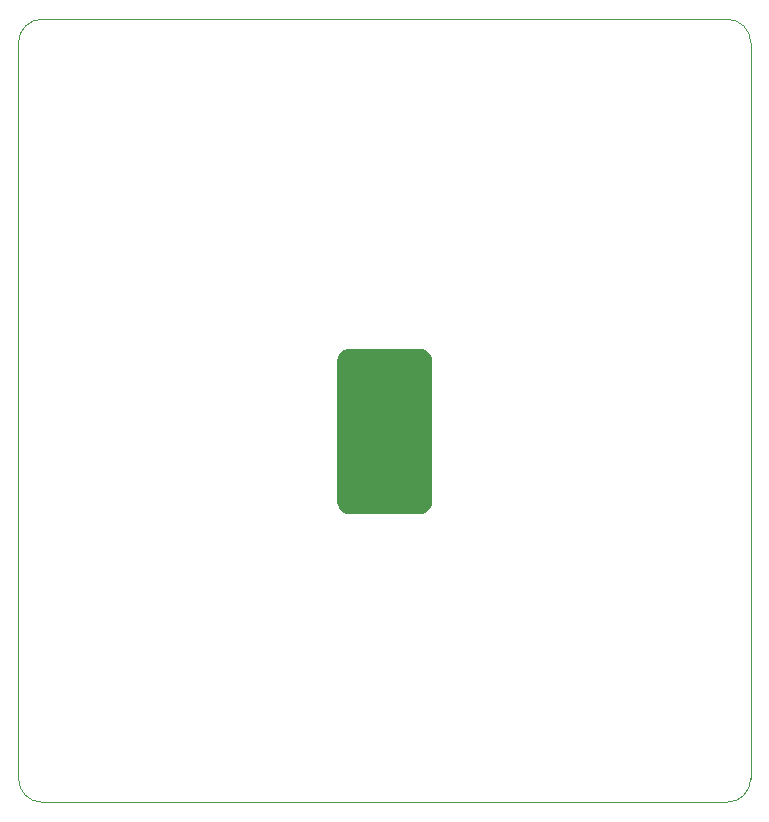
<source format=gbr>
G04 Layer_Color=0*
%FSLAX26Y26*%
%MOIN*%
%TF.FileFunction,Profile*%
%TF.Part,Single*%
G01*
G75*
%TA.AperFunction,Profile*%
%ADD74C,0.001000*%
G36*
X1102284Y1511811D02*
X1338504D01*
X1347265Y1510824D01*
X1355586Y1507912D01*
X1363051Y1503222D01*
X1369285Y1496988D01*
X1373975Y1489523D01*
X1376887Y1481202D01*
X1377874Y1472441D01*
Y1000000D01*
X1376887Y991239D01*
X1373975Y982918D01*
X1369285Y975453D01*
X1363051Y969219D01*
X1355586Y964529D01*
X1347265Y961617D01*
X1338504Y960630D01*
X1102284D01*
X1093523Y961617D01*
X1085201Y964529D01*
X1077737Y969219D01*
X1071503Y975453D01*
X1066812Y982918D01*
X1063900Y991239D01*
X1062914Y1000000D01*
Y1472441D01*
X1063900Y1481202D01*
X1066812Y1489523D01*
X1071503Y1496988D01*
X1077737Y1503222D01*
X1085201Y1507912D01*
X1093523Y1510824D01*
X1102284Y1511811D01*
D02*
G37*
D74*
X0Y78740D02*
G03*
X78740Y-1I78740J-0D01*
G01*
X78740Y0D01*
X2362204D01*
D02*
G03*
X2440945Y78741I0J78741D01*
G01*
X2440944Y78740D01*
Y2531496D01*
D02*
G03*
X2362204Y2610236I-78740J0D01*
G01*
X78740D01*
D02*
G03*
X0Y2531496I0J-78740D01*
G01*
Y78740D01*
%TF.MD5,EC2309CCCCAE4B72959B2CC550728392*%
M02*

</source>
